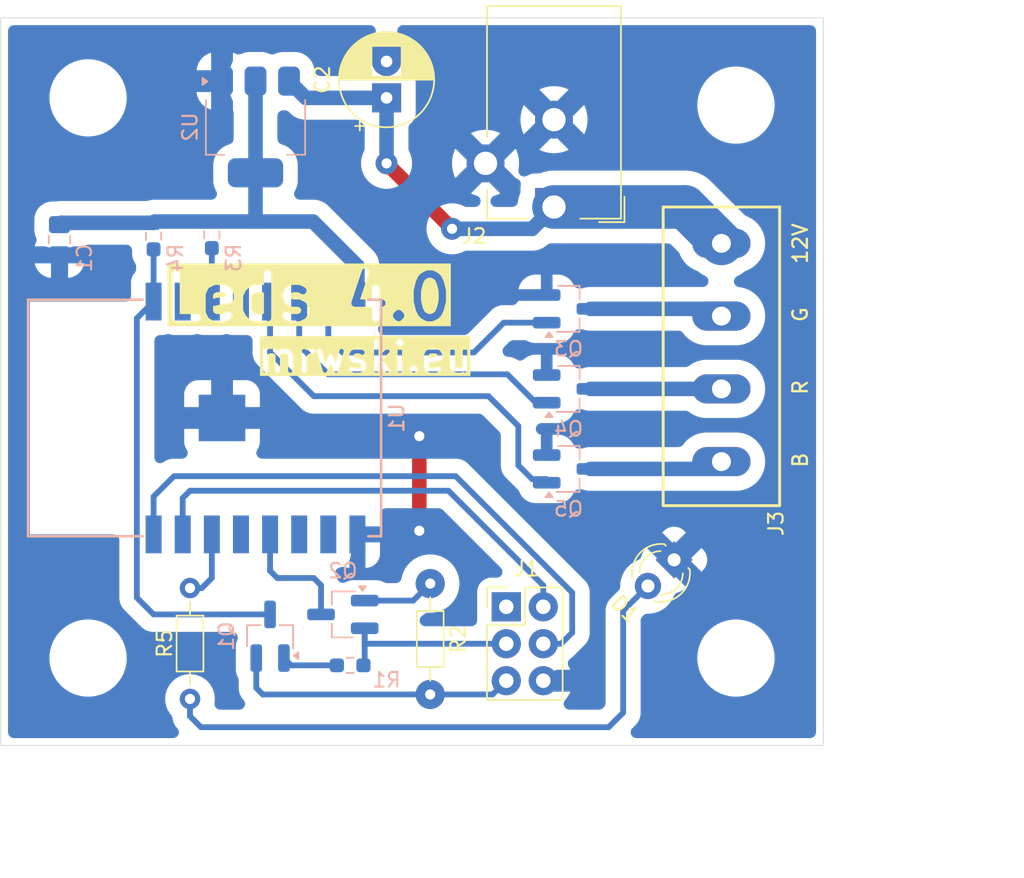
<source format=kicad_pcb>
(kicad_pcb (version 20240108) (generator "pcbnew") (generator_version "8.0")
  (layers (0 "F.Cu" signal) (31 "B.Cu" signal) (34 "B.Paste" user) (35 "F.Paste" user) (36 "B.SilkS" user "B.Silkscreen") (37 "F.SilkS" user "F.Silkscreen") (38 "B.Mask" user) (39 "F.Mask" user) (44 "Edge.Cuts" user))
  (net 0 "")
  (net 1 "+3V3")
  (net 2 "GND")
  (net 3 "+12V")
  (net 4 "/DTR")
  (net 5 "Rx")
  (net 6 "/RTS")
  (net 7 "R")
  (net 8 "B")
  (net 9 "G")
  (net 10 "RST")
  (net 11 "FLASH")
  (net 12 "inR")
  (net 13 "inG")
  (net 14 "inB")
  (net 19 "Tx")
  (net 20 "/DTR2")
  (net 21 "/RTS2")
  (net 22 "/EN")
  (net 23 "/VCC")
  (net 25 "/Dr")
  (net 26 "/Dpin")
  (footprint "Resistor_THT:R_Axial_DIN0204_L3.6mm_D1.6mm_P7.62mm_Horizontal" (layer "F.Cu") (at 59 59.88 -90)
    (property "Reference" "R2" (at 3.81 -1.92 90) (layer "F.SilkS"))
    (property "Value" "10K" (hide yes))
    (fp_line (start 1.89 0.92) (end 5.73 0.92) (stroke (width 0.12)) (layer "F.SilkS"))
    (fp_line (start 5.73 0.92) (end 5.73 -0.92) (stroke (width 0.12)) (layer "F.SilkS"))
    (fp_line (start 0.94 0) (end 1.89 0) (stroke (width 0.12)) (layer "F.SilkS"))
    (fp_line (start 6.68 0) (end 5.73 0) (stroke (width 0.12)) (layer "F.SilkS"))
    (fp_line (start 1.89 -0.92) (end 1.89 0.92) (stroke (width 0.12)) (layer "F.SilkS"))
    (fp_line (start 5.73 -0.92) (end 1.89 -0.92) (stroke (width 0.12)) (layer "F.SilkS"))
    (pad "1" thru_hole circle (at 0 0 270) (size 2 2) (drill 0.7) (layers "*.Cu" "*.Mask") (net 21 "/RTS2"))
    (pad "2" thru_hole circle (at 7.62 0 270) (size 2 2) (drill 0.7) (layers "*.Cu" "*.Mask") (net 6 "/RTS"))
  )
  (footprint "Capacitor_THT:CP_Radial_D6.3mm_P2.50mm" (layer "F.Cu") (at 56 26.5 90)
    (property "Reference" "C2" (at 1.25 -4.4 90) (layer "F.SilkS"))
    (property "Value" "100uF" (hide yes))
    (fp_line (start 1.33 -3.23) (end 1.33 3.23) (stroke (width 0.12)) (layer "F.SilkS"))
    (fp_line (start 1.29 -3.23) (end 1.29 3.23) (stroke (width 0.12)) (layer "F.SilkS"))
    (fp_line (start 1.25 -3.229999) (end 1.25 3.229999) (stroke (width 0.12)) (layer "F.SilkS"))
    (fp_line (start 1.37 -3.228) (end 1.37 3.228) (stroke (width 0.12)) (layer "F.SilkS"))
    (fp_line (start 1.41 -3.227) (end 1.41 3.227) (stroke (width 0.12)) (layer "F.SilkS"))
    (fp_line (start 1.45 -3.224) (end 1.45 3.224) (stroke (width 0.12)) (layer "F.SilkS"))
    (fp_line (start 1.49 -3.222) (end 1.49 -1.04) (stroke (width 0.12)) (layer "F.SilkS"))
    (fp_line (start 1.53 -3.218) (end 1.529999 -1.04) (stroke (width 0.12)) (layer "F.SilkS"))
    (fp_line (start 1.57 -3.215) (end 1.57 -1.04) (stroke (width 0.12)) (layer "F.SilkS"))
    (fp_line (start 1.61 -3.211) (end 1.61 -1.04) (stroke (width 0.12)) (layer "F.SilkS"))
    (fp_line (start 1.65 -3.206) (end 1.65 -1.04) (stroke (width 0.12)) (layer "F.SilkS"))
    (fp_line (start 1.69 -3.201) (end 1.69 -1.040001) (stroke (width 0.12)) (layer "F.SilkS"))
    (fp_line (start 1.73 -3.195) (end 1.73 -1.04) (stroke (width 0.12)) (layer "F.SilkS"))
    (fp_line (start 1.77 -3.189001) (end 1.77 -1.04) (stroke (width 0.12)) (layer "F.SilkS"))
    (fp_line (start 1.81 -3.182) (end 1.81 -1.04) (stroke (width 0.12)) (layer "F.SilkS"))
    (fp_line (start 1.850001 -3.175) (end 1.85 -1.040001) (stroke (width 0.12)) (layer "F.SilkS"))
    (fp_line (start 1.89 -3.167) (end 1.89 -1.04) (stroke (width 0.12)) (layer "F.SilkS"))
    (fp_line (start 1.93 -3.159) (end 1.93 -1.04) (stroke (width 0.12)) (layer "F.SilkS"))
    (fp_line (start 1.971 -3.15) (end 1.971 -1.040001) (stroke (width 0.12)) (layer "F.SilkS"))
    (fp_line (start 2.011 -3.141) (end 2.011 -1.04) (stroke (width 0.12)) (layer "F.SilkS"))
    (fp_line (start 2.051 -3.131) (end 2.051 -1.04) (stroke (width 0.12)) (layer "F.SilkS"))
    (fp_line (start 2.091 -3.121) (end 2.091 -1.04) (stroke (width 0.12)) (layer "F.SilkS"))
    (fp_line (start 2.131 -3.110001) (end 2.131 -1.040001) (stroke (width 0.12)) (layer "F.SilkS"))
    (fp_line (start 2.171 -3.098) (end 2.171 -1.04) (stroke (width 0.12)) (layer "F.SilkS"))
    (fp_line (start 2.211001 -3.086) (end 2.211 -1.04) (stroke (width 0.12)) (layer "F.SilkS"))
    (fp_line (start 2.251 -3.074) (end 2.250999 -1.04) (stroke (width 0.12)) (layer "F.SilkS"))
    (fp_line (start 2.291 -3.060999) (end 2.291001 -1.04) (stroke (width 0.12)) (layer "F.SilkS"))
    (fp_line (start 2.331 -3.046999) (end 2.331 -1.04) (stroke (width 0.12)) (layer "F.SilkS"))
    (fp_line (start 2.371 -3.033) (end 2.371 -1.04) (stroke (width 0.12)) (layer "F.SilkS"))
    (fp_line (start 2.411 -3.018) (end 2.411 -1.040001) (stroke (width 0.12)) (layer "F.SilkS"))
    (fp_line (start 2.451 -3.002) (end 2.451 -1.04) (stroke (width 0.12)) (layer "F.SilkS"))
    (fp_line (start 2.491 -2.986) (end 2.491 -1.04) (stroke (width 0.12)) (layer "F.SilkS"))
    (fp_line (start 2.531 -2.97) (end 2.531 -1.04) (stroke (width 0.12)) (layer "F.SilkS"))
    (fp_line (start 2.571 -2.952) (end 2.571 -1.040001) (stroke (width 0.12)) (layer "F.SilkS"))
    (fp_line (start 2.611 -2.934) (end 2.611 -1.04) (stroke (width 0.12)) (layer "F.SilkS"))
    (fp_line (start 2.651 -2.915999) (end 2.651 -1.04) (stroke (width 0.12)) (layer "F.SilkS"))
    (fp_line (start 2.691 -2.896) (end 2.691 -1.04) (stroke (width 0.12)) (layer "F.SilkS"))
    (fp_line (start 2.731001 -2.876) (end 2.731001 -1.04) (stroke (width 0.12)) (layer "F.SilkS"))
    (fp_line (start 2.771 -2.856) (end 2.771 -1.04) (stroke (width 0.12)) (layer "F.SilkS"))
    (fp_line (start 2.811 -2.834) (end 2.811 -1.04) (stroke (width 0.12)) (layer "F.SilkS"))
    (fp_line (start 2.851 -2.812) (end 2.850999 -1.04) (stroke (width 0.12)) (layer "F.SilkS"))
    (fp_line (start 2.891 -2.79) (end 2.891 -1.04) (stroke (width 0.12)) (layer "F.SilkS"))
    (fp_line (start 2.931 -2.765999) (end 2.931 -1.04) (stroke (width 0.12)) (layer "F.SilkS"))
    (fp_line (start 2.971 -2.742) (end 2.971 -1.04) (stroke (width 0.12)) (layer "F.SilkS"))
    (fp_line (start 3.011001 -2.716) (end 3.011 -1.040001) (stroke (width 0.12)) (layer "F.SilkS"))
    (fp_line (start 3.051 -2.69) (end 3.051 -1.04) (stroke (width 0.12)) (layer "F.SilkS"))
    (fp_line (start 3.091001 -2.664) (end 3.091 -1.04) (stroke (width 0.12)) (layer "F.SilkS"))
    (fp_line (start 3.131 -2.636) (end 3.131 -1.04) (stroke (width 0.12)) (layer "F.SilkS"))
    (fp_line (start 3.171 -2.607) (end 3.171001 -1.04) (stroke (width 0.12)) (layer "F.SilkS"))
    (fp_line (start 3.211 -2.578) (end 3.211 -1.04) (stroke (width 0.12)) (layer "F.SilkS"))
    (fp_line (start 3.251 -2.548) (end 3.251 -1.04) (stroke (width 0.12)) (layer "F.SilkS"))
    (fp_line (start 3.291 -2.516) (end 3.290999 -1.04) (stroke (width 0.12)) (layer "F.SilkS"))
    (fp_line (start 3.331 -2.484) (end 3.331 -1.04) (stroke (width 0.12)) (layer "F.SilkS"))
    (fp_line (start 3.371 -2.450001) (end 3.371 -1.04) (stroke (width 0.12)) (layer "F.SilkS"))
    (fp_line (start 3.411 -2.416) (end 3.411 -1.04) (stroke (width 0.12)) (layer "F.SilkS"))
    (fp_line (start 3.451 -2.380001) (end 3.451 -1.040001) (stroke (width 0.12)) (layer "F.SilkS"))
    (fp_line (start 3.491 -2.343) (end 3.491 -1.04) (stroke (width 0.12)) (layer "F.SilkS"))
    (fp_line (start 3.531 -2.305) (end 3.531 -1.04) (stroke (width 0.12)) (layer "F.SilkS"))
    (fp_line (start 3.571 -2.265) (end 3.571 2.265) (stroke (width 0.12)) (layer "F.SilkS"))
    (fp_line (start 3.611 -2.224) (end 3.611 2.224) (stroke (width 0.12)) (layer "F.SilkS"))
    (fp_line (start 3.651 -2.182) (end 3.651 2.182) (stroke (width 0.12)) (layer "F.SilkS"))
    (fp_line (start -1.935241 -2.154) (end -1.935241 -1.524) (stroke (width 0.12)) (layer "F.SilkS"))
    (fp_line (start 3.691 -2.137) (end 3.691 2.137) (stroke (width 0.12)) (layer "F.SilkS"))
    (fp_line (start 3.731 -2.092) (end 3.731 2.092) (stroke (width 0.12)) (layer "F.SilkS"))
    (fp_line (start 3.771 -2.044) (end 3.771 2.044) (stroke (width 0.12)) (layer "F.SilkS"))
    (fp_line (start 3.811 -1.995) (end 3.811 1.995) (stroke (width 0.12)) (layer "F.SilkS"))
    (fp_line (start 3.851 -1.944) (end 3.851 1.944) (stroke (width 0.12)) (layer "F.SilkS"))
    (fp_line (start 3.891 -1.89) (end 3.891 1.89) (stroke (width 0.12)) (layer "F.SilkS"))
    (fp_line (start -2.250241 -1.839) (end -1.620241 -1.839) (stroke (width 0.12)) (layer "F.SilkS"))
    (fp_line (start 3.931 -1.834) (end 3.931 1.834) (stroke (width 0.12)) (layer "F.SilkS"))
    (fp_line (start 3.971 -1.776001) (end 3.971 1.776001) (stroke (width 0.12)) (layer "F.SilkS"))
    (fp_line (start 4.011 -1.714) (end 4.011 1.714) (stroke (width 0.12)) (layer "F.SilkS"))
    (fp_line (start 4.051 -1.65) (end 4.051 1.65) (stroke (width 0.12)) (layer "F.SilkS"))
    (fp_line (start 4.091 -1.581) (end 4.091 1.581) (stroke (width 0.12)) (layer "F.SilkS"))
    (fp_line (start 4.131 -1.509) (end 4.131 1.509) (stroke (width 0.12)) (layer "F.SilkS"))
    (fp_line (start 4.170999 -1.432) (end 4.170999 1.432) (stroke (width 0.12)) (layer "F.SilkS"))
    (fp_line (start 4.211 -1.35) (end 4.211 1.35) (stroke (width 0.12)) (layer "F.SilkS"))
    (fp_line (start 4.251 -1.262) (end 4.251 1.262) (stroke (width 0.12)) (layer "F.SilkS"))
    (fp_line (start 4.291 -1.165) (end 4.291 1.165) (stroke (width 0.12)) (layer "F.SilkS"))
    (fp_line (start 4.331 -1.059001) (end 4.331 1.059001) (stroke (width 0.12)) (layer "F.SilkS"))
    (fp_line (start 4.371 -0.94) (end 4.371 0.94) (stroke (width 0.12)) (layer "F.SilkS"))
    (fp_line (start 4.411 -0.802001) (end 4.411 0.802001) (stroke (width 0.12)) (layer "F.SilkS"))
    (fp_line (start 4.451 -0.633) (end 4.451 0.633) (stroke (width 0.12)) (layer "F.SilkS"))
    (fp_line (start 4.491 -0.401999) (end 4.491 0.401999) (stroke (width 0.12)) (layer "F.SilkS"))
    (fp_line (start 3.531 1.04) (end 3.531 2.305) (stroke (width 0.12)) (layer "F.SilkS"))
    (fp_line (start 3.491 1.04) (end 3.491 2.343) (stroke (width 0.12)) (layer "F.SilkS"))
    (fp_line (start 3.411 1.04) (end 3.411 2.416) (stroke (width 0.12)) (layer "F.SilkS"))
    (fp_line (start 3.371 1.04) (end 3.371 2.450001) (stroke (width 0.12)) (layer "F.SilkS"))
    (fp_line (start 3.331 1.04) (end 3.331 2.484) (stroke (width 0.12)) (layer "F.SilkS"))
    (fp_line (start 3.290999 1.04) (end 3.291 2.516) (stroke (width 0.12)) (layer "F.SilkS"))
    (fp_line (start 3.251 1.04) (end 3.251 2.548) (stroke (width 0.12)) (layer "F.SilkS"))
    (fp_line (start 3.211 1.04) (end 3.211 2.578) (stroke (width 0.12)) (layer "F.SilkS"))
    (fp_line (start 3.171001 1.04) (end 3.171 2.607) (stroke (width 0.12)) (layer "F.SilkS"))
    (fp_line (start 3.131 1.04) (end 3.131 2.636) (stroke (width 0.12)) (layer "F.SilkS"))
    (fp_line (start 3.091 1.04) (end 3.091001 2.664) (stroke (width 0.12)) (layer "F.SilkS"))
    (fp_line (start 3.051 1.04) (end 3.051 2.69) (stroke (width 0.12)) (layer "F.SilkS"))
    (fp_line (start 2.971 1.04) (end 2.971 2.742) (stroke (width 0.12)) (layer "F.SilkS"))
    (fp_line (start 2.931 1.04) (end 2.931 2.765999) (stroke (width 0.12)) (layer "F.SilkS"))
    (fp_line (start 2.891 1.04) (end 2.891 2.79) (stroke (width 0.12)) (layer "F.SilkS"))
    (fp_line (start 2.850999 1.04) (end 2.851 2.812) (stroke (width 0.12)) (layer "F.SilkS"))
    (fp_line (start 2.811 1.04) (end 2.811 2.834) (stroke (width 0.12)) (layer "F.SilkS"))
    (fp_line (start 2.771 1.04) (end 2.771 2.856) (stroke (width 0.12)) (layer "F.SilkS"))
    (fp_line (start 2.731001 1.04) (end 2.731001 2.876) (stroke (width 0.12)) (layer "F.SilkS"))
    (fp_line (start 2.691 1.04) (end 2.691 2.896) (stroke (width 0.12)) (layer "F.SilkS"))
    (fp_line (start 2.651 1.04) (end 2.651 2.915999) (stroke (width 0.12)) (layer "F.SilkS"))
    (fp_line (start 2.611 1.04) (end 2.611 2.934) (stroke (width 0.12)) (layer "F.SilkS"))
    (fp_line (start 2.531 1.04) (end 2.531 2.97) (stroke (width 0.12)) (layer "F.SilkS"))
    (fp_line (start 2.491 1.04) (end 2.491 2.986) (stroke (width 0.12)) (layer "F.SilkS"))
    (fp_line (start 2.451 1.04) (end 2.451 3.002) (stroke (width 0.12)) (layer "F.SilkS"))
    (fp_line (start 2.371 1.04) (end 2.371 3.033) (stroke (width 0.12)) (layer "F.SilkS"))
    (fp_line (start 2.331 1.04) (end 2.331 3.046999) (stroke (width 0.12)) (layer "F.SilkS"))
    (fp_line (start 2.291001 1.04) (end 2.291 3.060999) (stroke (width 0.12)) (layer "F.SilkS"))
    (fp_line (start 2.250999 1.04) (end 2.251 3.074) (stroke (width 0.12)) (layer "F.SilkS"))
    (fp_line (start 2.211 1.04) (end 2.211001 3.086) (stroke (width 0.12)) (layer "F.SilkS"))
    (fp_line (start 2.171 1.04) (end 2.171 3.098) (stroke (width 0.12)) (layer "F.SilkS"))
    (fp_line (start 2.091 1.04) (end 2.091 3.121) (stroke (width 0.12)) (layer "F.SilkS"))
    (fp_line (start 2.051 1.04) (end 2.051 3.131) (stroke (width 0.12)) (layer "F.SilkS"))
    (fp_line (start 2.011 1.04) (end 2.011 3.141) (stroke (width 0.12)) (layer "F.SilkS"))
    (fp_line (start 1.93 1.04) (end 1.93 3.159) (stroke (width 0.12)) (layer "F.SilkS"))
    (fp_line (start 1.89 1.04) (end 1.89 3.167) (stroke (width 0.12)) (layer "F.SilkS"))
    (fp_line (start 1.81 1.04) (end 1.81 3.182) (stroke (width 0.12)) (layer "F.SilkS"))
    (fp_line (start 1.77 1.04) (end 1.77 3.189001) (stroke (width 0.12)) (layer "F.SilkS"))
    (fp_line (start 1.73 1.04) (end 1.73 3.195) (stroke (width 0.12)) (layer "F.SilkS"))
    (fp_line (start 1.65 1.04) (end 1.65 3.206) (stroke (width 0.12)) (layer "F.SilkS"))
    (fp_line (start 1.61 1.04) (end 1.61 3.211) (stroke (width 0.12)) (layer "F.SilkS"))
    (fp_line (start 1.57 1.04) (end 1.57 3.215) (stroke (width 0.12)) (layer "F.SilkS"))
    (fp_line (start 1.529999 1.04) (end 1.53 3.218) (stroke (width 0.12)) (layer "F.SilkS"))
    (fp_line (start 1.49 1.04) (end 1.49 3.222) (stroke (width 0.12)) (layer "F.SilkS"))
    (fp_line (start 3.451 1.040001) (end 3.451 2.380001) (stroke (width 0.12)) (layer "F.SilkS"))
    (fp_line (start 3.011 1.040001) (end 3.011001 2.716) (stroke (width 0.12)) (layer "F.SilkS"))
    (fp_line (start 2.571 1.040001) (end 2.571 2.952) (stroke (width 0.12)) (layer "F.SilkS"))
    (fp_line (start 2.411 1.040001) (end 2.411 3.018) (stroke (width 0.12)) (layer "F.SilkS"))
    (fp_line (start 2.131 1.040001) (end 2.131 3.110001) (stroke (width 0.12)) (layer "F.SilkS"))
    (fp_line (start 1.971 1.040001) (end 1.971 3.15) (stroke (width 0.12)) (layer "F.SilkS"))
    (fp_line (start 1.85 1.040001) (end 1.850001 3.175) (stroke (width 0.12)) (layer "F.SilkS"))
    (fp_line (start 1.69 1.040001) (end 1.69 3.201) (stroke (width 0.12)) (layer "F.SilkS"))
    (fp_circle (center 1.249999 0) (end 4.52 0) (stroke (width 0.12)) (fill none) (layer "F.SilkS"))
    (pad "1" thru_hole rect (at 0 0 90) (size 2 2) (drill 0.8) (layers "*.Cu" "*.Mask") (net 3 "+12V"))
    (pad "2" thru_hole circle (at 2.5 0 90) (size 2 2) (drill 0.8) (layers "*.Cu" "*.Mask") (net 2 "GND"))
  )
  (footprint "MountingHole:MountingHole_4.3mm_M4" (layer "F.Cu") (at 35.5 26.5)
    (property "Reference" "MNT" (hide yes))
    (property "Value" "4.3mm" (hide yes))
    (pad "" np_thru_hole circle (at 0 0) (size 4.3 4.3) (drill 4.3) (layers "F&B.Cu" "*.Mask"))
  )
  (footprint "LED_THT:LED_D3.0mm" (layer "F.Cu") (at 75.75 58.25 -135)
    (property "Reference" "D1" (at 4.775 0 135) (layer "F.SilkS"))
    (property "Value" "LED" (hide yes))
    (fp_line (start -0.29 1.08) (end -0.29 1.236) (stroke (width 0.12)) (layer "F.SilkS"))
    (fp_line (start -0.29 -1.236) (end -0.29 -1.08) (stroke (width 0.12)) (layer "F.SilkS"))
    (fp_arc (start 2.942335 1.078608) (mid 1.366488 1.987659) (end -0.29 1.235516) (stroke (width 0.12)) (layer "F.SilkS"))
    (fp_arc (start 2.31113 1.079837) (mid 1.270118 1.5) (end 0.229039 1.08) (stroke (width 0.12)) (layer "F.SilkS"))
    (fp_arc (start 0.229039 -1.08) (mid 1.270118 -1.5) (end 2.31113 -1.079837) (stroke (width 0.12)) (layer "F.SilkS"))
    (fp_arc (start -0.29 -1.235516) (mid 1.366488 -1.98766) (end 2.942335 -1.078608) (stroke (width 0.12)) (layer "F.SilkS"))
    (pad "1" thru_hole rect (at 0 0 225) (size 1.8 1.8) (drill 0.9) (layers "*.Cu" "*.Mask") (net 2 "GND"))
    (pad "2" thru_hole circle (at 2.54 0 225) (size 1.8 1.8) (drill 0.9) (layers "*.Cu" "*.Mask") (net 25 "/Dr"))
  )
  (footprint "MountingHole:MountingHole_4.3mm_M4" (layer "F.Cu") (at 80 27)
    (property "Reference" "MNT" (hide yes))
    (property "Value" "4.3mm" (hide yes))
    (pad "" np_thru_hole circle (at 0 0) (size 4.3 4.3) (drill 4.3) (layers "F&B.Cu" "*.Mask"))
  )
  (footprint "Connector_BarrelJack:BarrelJack_CUI_PJ-102AH_Horizontal" (layer "F.Cu") (at 67.5 34 180)
    (property "Reference" "J2" (at 5.5 -2 180) (layer "F.SilkS"))
    (property "Value" "6mm" (hide yes))
    (fp_line (start 4.6 13.8) (end -4.6 13.8) (stroke (width 0.12)) (layer "F.SilkS"))
    (fp_line (start 4.6 4.8) (end 4.6 13.8) (stroke (width 0.12)) (layer "F.SilkS"))
    (fp_line (start 4.6 -0.8) (end 4.6 1.2) (stroke (width 0.12)) (layer "F.SilkS"))
    (fp_line (start 1.8 -0.8) (end 4.6 -0.8) (stroke (width 0.12)) (layer "F.SilkS"))
    (fp_line (start -4.6 13.8) (end -4.6 -0.8) (stroke (width 0.12)) (layer "F.SilkS"))
    (fp_line (start -4.6 -0.8) (end -1.8 -0.8) (stroke (width 0.12)) (layer "F.SilkS"))
    (fp_line (start -4.84 0.7) (end -4.84 -1.04) (stroke (width 0.12)) (layer "F.SilkS"))
    (fp_line (start -4.84 -1.04) (end -3.1 -1.04) (stroke (width 0.12)) (layer "F.SilkS"))
    (pad "1" thru_hole rect (at 0 0 180) (size 2.6 2.6) (drill 1.6) (layers "*.Cu" "*.Mask") (net 3 "+12V"))
    (pad "2" thru_hole circle (at 0 6 180) (size 2.6 2.6) (drill 1.6) (layers "*.Cu" "*.Mask") (net 2 "GND"))
    (pad "3" thru_hole circle (at 4.7 3 180) (size 2.6 2.6) (drill 1.6) (layers "*.Cu" "*.Mask") (net 2 "GND"))
  )
  (footprint "Connector_PinHeader_2.54mm:PinHeader_2x03_P2.54mm_Vertical" (layer "F.Cu") (at 64.225 61.475)
    (property "Reference" "J1" (at 1.39 -2.605 0) (layer "F.SilkS"))
    (property "Value" "PROG")
    (fp_line (start -1.33 -1.33) (end 0 -1.33) (stroke (width 0.12)) (layer "F.SilkS"))
    (fp_line (start -1.33 0) (end -1.33 -1.33) (stroke (width 0.12)) (layer "F.SilkS"))
    (fp_line (start -1.33 1.27) (end -1.33 6.41) (stroke (width 0.12)) (layer "F.SilkS"))
    (fp_line (start -1.33 1.27) (end 1.27 1.27) (stroke (width 0.12)) (layer "F.SilkS"))
    (fp_line (start -1.33 6.41) (end 3.87 6.41) (stroke (width 0.12)) (layer "F.SilkS"))
    (fp_line (start 1.27 -1.33) (end 3.87 -1.33) (stroke (width 0.12)) (layer "F.SilkS"))
    (fp_line (start 1.27 1.27) (end 1.27 -1.33) (stroke (width 0.12)) (layer "F.SilkS"))
    (fp_line (start 3.87 -1.33) (end 3.87 6.41) (stroke (width 0.12)) (layer "F.SilkS"))
    (pad "1" thru_hole rect (at 0 0) (size 2 2) (drill 1) (layers "*.Cu" "*.Mask") (net 23 "/VCC"))
    (pad "2" thru_hole oval (at 2.54 0) (size 2 2) (drill 1) (layers "*.Cu" "*.Mask") (net 19 "Tx"))
    (pad "3" thru_hole oval (at 0 2.54) (size 2 2) (drill 1) (layers "*.Cu" "*.Mask") (net 4 "/DTR"))
    (pad "4" thru_hole circle (at 2.54 2.54) (size 2 2) (drill 1) (layers "*.Cu" "*.Mask") (net 5 "Rx"))
    (pad "5" thru_hole oval (at 0 5.08) (size 2 2) (drill 1) (layers "*.Cu" "*.Mask") (net 6 "/RTS"))
    (pad "6" thru_hole oval (at 2.54 5.08) (size 2 2) (drill 1) (layers "*.Cu" "*.Mask") (net 2 "GND"))
  )
  (footprint "MountingHole:MountingHole_4.3mm_M4" (layer "F.Cu") (at 35.5 65)
    (property "Reference" "MNT" (hide yes))
    (property "Value" "4.3mm" (hide yes))
    (pad "" np_thru_hole circle (at 0 0) (size 4.3 4.3) (drill 4.3) (layers "F&B.Cu" "*.Mask"))
  )
  (footprint "MountingHole:MountingHole_4.3mm_M4" (layer "F.Cu") (at 80 65)
    (property "Reference" "MNT" (hide yes))
    (property "Value" "4.3mm" (hide yes))
    (pad "" np_thru_hole circle (at 0 0) (size 4.3 4.3) (drill 4.3) (layers "*.Cu" "*.Mask"))
  )
  (footprint "Resistor_THT:R_Axial_DIN0204_L3.6mm_D1.6mm_P7.62mm_Horizontal" (layer "F.Cu") (at 42.5 60.19 -90)
    (property "Reference" "R5" (at 3.81 1.75 90) (layer "F.SilkS"))
    (property "Value" "120" (hide yes))
    (fp_line (start 1.89 0.92) (end 5.73 0.92) (stroke (width 0.12)) (layer "F.SilkS"))
    (fp_line (start 5.73 0.92) (end 5.73 -0.92) (stroke (width 0.12)) (layer "F.SilkS"))
    (fp_line (start 0.94 0) (end 1.89 0) (stroke (width 0.12)) (layer "F.SilkS"))
    (fp_line (start 6.68 0) (end 5.73 0) (stroke (width 0.12)) (layer "F.SilkS"))
    (fp_line (start 1.89 -0.92) (end 1.89 0.92) (stroke (width 0.12)) (layer "F.SilkS"))
    (fp_line (start 5.73 -0.92) (end 1.89 -0.92) (stroke (width 0.12)) (layer "F.SilkS"))
    (pad "1" thru_hole circle (at 0 0 270) (size 1.4 1.4) (drill 0.7) (layers "*.Cu" "*.Mask") (net 26 "/Dpin"))
    (pad "2" thru_hole oval (at 7.62 0 270) (size 1.4 1.4) (drill 0.7) (layers "*.Cu" "*.Mask") (net 25 "/Dr"))
  )
  (footprint "lib_MyARK:ARK_ScrewTerminal_5.00mm_4" (layer "F.Cu") (at 79 36.5 -90)
    (property "Reference" "J3" (hide yes))
    (property "Value" "RGB" (hide yes))
    (fp_rect (start -2.5 -4) (end 18.0254 4) (stroke (width 0.2)) (fill none) (layer "F.SilkS"))
    (fp_text user "${REFERENCE}" (at 19.25 -3.75 90) (layer "F.SilkS"))
    (pad "1" thru_hole oval (at 0 0 270) (size 2 4) (drill 1.3) (layers "*.Cu" "*.Mask") (net 3 "+12V"))
    (pad "2" thru_hole oval (at 5 0 270) (size 2 4) (drill 1.3) (layers "*.Cu" "*.Mask") (net 9 "G"))
    (pad "3" thru_hole oval (at 10 0 270) (size 2 4) (drill 1.3) (layers "*.Cu" "*.Mask") (net 7 "R"))
    (pad "4" thru_hole oval (at 15 0 270) (size 2 4) (drill 1.3) (layers "*.Cu" "*.Mask") (net 8 "B"))
  )
  (footprint "Package_TO_SOT_SMD:SOT-23_Handsoldering" (layer "B.Cu") (at 68.5 41)
    (property "Reference" "Q3" (at 0 2.75 0) (layer "B.SilkS") (effects (justify mirror)))
    (property "Value" "IRLML2502" (hide yes))
    (fp_line (start -0.84 1.58) (end -0.04 1.58) (stroke (width 0.12)) (layer "B.SilkS"))
    (fp_line (start -0.7 -1.58) (end 0.76 -1.58) (stroke (width 0.12)) (layer "B.SilkS"))
    (fp_line (start 0.76 -0.65) (end 0.76 -1.58) (stroke (width 0.12)) (layer "B.SilkS"))
    (fp_line (start 0.76 0.65) (end 0.76 1.58) (stroke (width 0.12)) (layer "B.SilkS"))
    (fp_line (start 0.76 1.58) (end -0.04 1.58) (stroke (width 0.12)) (layer "B.SilkS"))
    (fp_poly (pts (xy -1.34 1.61) (xy -1.58 1.94) (xy -1.1 1.94) (xy -1.34 1.61)) (stroke (width 0.12)) (fill solid) (layer "B.SilkS"))
    (pad "1" smd roundrect (at -1.5 0.95) (size 1.9 0.8) (layers "B.Cu" "B.Paste" "B.Mask") (net 13 "inG"))
    (pad "2" smd roundrect (at -1.5 -0.95) (size 1.9 0.8) (layers "B.Cu" "B.Paste" "B.Mask") (net 2 "GND"))
    (pad "3" smd roundrect (at 1.5 0) (size 1.9 0.8) (layers "B.Cu" "B.Paste" "B.Mask") (net 9 "G"))
  )
  (footprint "Resistor_SMD:R_0603_1608Metric_Pad0.98x0.95mm_HandSolder" (layer "B.Cu") (at 53.5 65.5)
    (property "Reference" "R1" (at 2.5 1 0) (layer "B.SilkS") (effects (justify mirror)))
    (property "Value" "10K" (hide yes))
    (fp_line (start 0.254724 -0.5225) (end -0.254724 -0.5225) (stroke (width 0.12)) (layer "B.SilkS"))
    (fp_line (start 0.254724 0.5225) (end -0.254724 0.5225) (stroke (width 0.12)) (layer "B.SilkS"))
    (pad "1" smd roundrect (at -0.9125 0) (size 0.975 0.95) (layers "B.Cu" "B.Paste" "B.Mask") (net 20 "/DTR2"))
    (pad "2" smd roundrect (at 0.9125 0) (size 0.975 0.95) (layers "B.Cu" "B.Paste" "B.Mask") (net 4 "/DTR"))
  )
  (footprint "Resistor_SMD:R_0603_1608Metric_Pad0.98x0.95mm_HandSolder" (layer "B.Cu") (at 44 35.9125 90)
    (property "Reference" "R3" (at -1.5875 1.5 90) (layer "B.SilkS") (effects (justify mirror)))
    (property "Value" "10K" (hide yes))
    (fp_line (start 0.254724 -0.5225) (end -0.254724 -0.5225) (stroke (width 0.12)) (layer "B.SilkS"))
    (fp_line (start 0.254724 0.5225) (end -0.254724 0.5225) (stroke (width 0.12)) (layer "B.SilkS"))
    (pad "1" smd roundrect (at -0.9125 0 90) (size 0.975 0.95) (layers "B.Cu" "B.Paste" "B.Mask") (net 22 "/EN"))
    (pad "2" smd roundrect (at 0.9125 0 90) (size 0.975 0.95) (layers "B.Cu" "B.Paste" "B.Mask") (net 1 "+3V3"))
  )
  (footprint "Package_TO_SOT_SMD:SOT-23_Handsoldering" (layer "B.Cu") (at 48 63.5 90)
    (property "Reference" "Q1" (at 0 -3 90) (layer "B.SilkS") (effects (justify mirror)))
    (property "Value" "BC847c" (hide yes))
    (fp_line (start -0.7 -1.58) (end 0.76 -1.58) (stroke (width 0.12)) (layer "B.SilkS"))
    (fp_line (start 0.76 -0.65) (end 0.76 -1.58) (stroke (width 0.12)) (layer "B.SilkS"))
    (fp_line (start 0.76 0.65) (end 0.76 1.58) (stroke (width 0.12)) (layer "B.SilkS"))
    (fp_line (start 0.76 1.58) (end -0.04 1.58) (stroke (width 0.12)) (layer "B.SilkS"))
    (fp_line (start -0.84 1.58) (end -0.04 1.58) (stroke (width 0.12)) (layer "B.SilkS"))
    (fp_poly (pts (xy -1.34 1.61) (xy -1.58 1.94) (xy -1.1 1.94) (xy -1.34 1.61)) (stroke (width 0.12)) (fill solid) (layer "B.SilkS"))
    (pad "1" smd roundrect (at -1.5 0.95 90) (size 1.9 0.8) (layers "B.Cu" "B.Paste" "B.Mask") (net 20 "/DTR2"))
    (pad "2" smd roundrect (at -1.5 -0.95 90) (size 1.9 0.8) (layers "B.Cu" "B.Paste" "B.Mask") (net 6 "/RTS"))
    (pad "3" smd roundrect (at 1.5 0 90) (size 1.9 0.8) (layers "B.Cu" "B.Paste" "B.Mask") (net 10 "RST"))
  )
  (footprint "Package_TO_SOT_SMD:SOT-223-3_TabPin2" (layer "B.Cu") (at 47 28.5 -90)
    (property "Reference" "U2" (at 0 4.5 90) (layer "B.SilkS") (effects (justify mirror)))
    (property "Value" "AMS1117-3.3" (hide yes))
    (fp_line (start 1.91 3.41) (end -1.85 3.41) (stroke (width 0.12)) (layer "B.SilkS"))
    (fp_line (start 1.91 2.15) (end 1.91 3.41) (stroke (width 0.12)) (layer "B.SilkS"))
    (fp_line (start 1.91 -2.15) (end 1.91 -3.41) (stroke (width 0.12)) (layer "B.SilkS"))
    (fp_line (start 1.91 -3.41) (end -1.85 -3.41) (stroke (width 0.12)) (layer "B.SilkS"))
    (fp_poly (pts (xy -3.13 3.31) (xy -3.37 3.64) (xy -2.89 3.64) (xy -3.13 3.31)) (stroke (width 0.12)) (fill solid) (layer "B.SilkS"))
    (pad "1" smd roundrect (at -3.15 2.3 270) (size 2 1.5) (layers "B.Cu" "B.Paste" "B.Mask") (net 2 "GND"))
    (pad "2" smd roundrect (at -3.15 0 270) (size 2 1.5) (layers "B.Cu" "B.Paste" "B.Mask") (net 1 "+3V3"))
    (pad "2" smd roundrect (at 3.15 0 270) (size 2 3.8) (layers "B.Cu" "B.Paste" "B.Mask") (net 1 "+3V3"))
    (pad "3" smd roundrect (at -3.15 -2.3 270) (size 2 1.5) (layers "B.Cu" "B.Paste" "B.Mask") (net 3 "+12V"))
  )
  (footprint "Resistor_SMD:R_0603_1608Metric_Pad0.98x0.95mm_HandSolder" (layer "B.Cu") (at 40 36 90)
    (property "Reference" "R4" (at -1.5 1.5 90) (layer "B.SilkS") (effects (justify mirror)))
    (property "Value" "10K" (hide yes))
    (fp_line (start 0.254724 -0.5225) (end -0.254724 -0.5225) (stroke (width 0.12)) (layer "B.SilkS"))
    (fp_line (start 0.254724 0.5225) (end -0.254724 0.5225) (stroke (width 0.12)) (layer "B.SilkS"))
    (pad "1" smd roundrect (at -0.9125 0 90) (size 0.975 0.95) (layers "B.Cu" "B.Paste" "B.Mask") (net 10 "RST"))
    (pad "2" smd roundrect (at 0.9125 0 90) (size 0.975 0.95) (layers "B.Cu" "B.Paste" "B.Mask") (net 1 "+3V3"))
  )
  (footprint "Package_TO_SOT_SMD:SOT-23_Handsoldering" (layer "B.Cu") (at 68.5 52)
    (property "Reference" "Q5" (at 0 2.75 0) (layer "B.SilkS") (effects (justify mirror)))
    (property "Value" "IRLML2502" (hide yes))
    (fp_line (start -0.84 1.58) (end -0.04 1.58) (stroke (width 0.12)) (layer "B.SilkS"))
    (fp_line (start -0.7 -1.58) (end 0.76 -1.58) (stroke (width 0.12)) (layer "B.SilkS"))
    (fp_line (start 0.76 -0.65) (end 0.76 -1.58) (stroke (width 0.12)) (layer "B.SilkS"))
    (fp_line (start 0.76 0.65) (end 0.76 1.58) (stroke (width 0.12)) (layer "B.SilkS"))
    (fp_line (start 0.76 1.58) (end -0.04 1.58) (stroke (width 0.12)) (layer "B.SilkS"))
    (fp_poly (pts (xy -1.34 1.61) (xy -1.58 1.94) (xy -1.1 1.94) (xy -1.34 1.61)) (stroke (width 0.12)) (fill solid) (layer "B.SilkS"))
    (pad "1" smd roundrect (at -1.5 0.95) (size 1.9 0.8) (layers "B.Cu" "B.Paste" "B.Mask") (net 14 "inB"))
    (pad "2" smd roundrect (at -1.5 -0.95) (size 1.9 0.8) (layers "B.Cu" "B.Paste" "B.Mask") (net 2 "GND"))
    (pad "3" smd roundrect (at 1.5 0) (size 1.9 0.8) (layers "B.Cu" "B.Paste" "B.Mask") (net 8 "B"))
  )
  (footprint "lib_ESP-12S:esp" (layer "B.Cu") (at 43.5 48.5 -90)
    (property "Reference" "U1" (at 0 -13.2 90) (layer "B.SilkS") (effects (font (thickness 0.16)) (justify mirror)))
    (property "Value" "ESP-12S" (hide yes))
    (fp_line (start -8.127 12.127) (end -8.127 4.256) (stroke (width 0.1778)) (layer "B.SilkS"))
    (fp_line (start 8.127 12.127) (end -8.127 12.127) (stroke (width 0.1778)) (layer "B.SilkS"))
    (fp_line (start 8.127 4.256) (end 8.127 12.127) (stroke (width 0.1778)) (layer "B.SilkS"))
    (fp_line (start -8.127 -11.241) (end -8.127 -12.127) (stroke (width 0.1778)) (layer "B.SilkS"))
    (fp_line (start -8.127 -12.127) (end 8.127 -12.127) (stroke (width 0.1778)) (layer "B.SilkS"))
    (fp_line (start 8.127 -12.127) (end 8.127 -11.241) (stroke (width 0.1778)) (layer "B.SilkS"))
    (pad "0" smd rect (at 0 -1.2 270) (size 3.2 3.2) (layers "B.Cu" "B.Mask") (net 2 "GND"))
    (pad "1" smd rect (at -8 3.5 270) (size 2.6 1.1) (layers "B.Cu" "B.Paste" "B.Mask") (net 10 "RST"))
    (pad "2" smd rect (at -8 1.5 270) (size 2.6 1.1) (layers "B.Cu" "B.Paste" "B.Mask"))
    (pad "3" smd rect (at -8 -0.5 270) (size 2.6 1.1) (layers "B.Cu" "B.Paste" "B.Mask") (net 22 "/EN"))
    (pad "4" smd rect (at -8 -2.5 270) (size 2.6 1.1) (layers "B.Cu" "B.Paste" "B.Mask"))
    (pad "5" smd rect (at -8 -4.5 270) (size 2.6 1.1) (layers "B.Cu" "B.Paste" "B.Mask") (net 14 "inB"))
    (pad "6" smd rect (at -8 -6.5 270) (size 2.6 1.1) (layers "B.Cu" "B.Paste" "B.Mask") (net 12 "inR"))
    (pad "7" smd rect (at -8 -8.5 270) (size 2.6 1.1) (layers "B.Cu" "B.Paste" "B.Mask") (net 13 "inG"))
    (pad "8" smd rect (at -8 -10.5 270) (size 2.6 1.1) (layers "B.Cu" "B.Paste" "B.Mask") (net 1 "+3V3"))
    (pad "9" smd rect (at 8 -10.5 90) (size 2.6 1.1) (layers "B.Cu" "B.Paste" "B.Mask") (net 2 "GND"))
    (pad "10" smd rect (at 8 -8.5 90) (size 2.6 1.1) (layers "B.Cu" "B.Paste" "B.Mask"))
    (pad "11" smd rect (at 8 -6.5 90) (size 2.6 1.1) (layers "B.Cu" "B.Paste" "B.Mask"))
    (pad "12" smd rect (at 8 -4.5 90) (size 2.6 1.1) (layers "B.Cu" "B.Paste" "B.Mask") (net 11 "FLASH"))
    (pad "13" smd rect (at 8 -2.5 90) (size 2.6 1.1) (layers "B.Cu" "B.Paste" "B.Mask"))
    (pad "14" smd rect (at 8 -0.5 90) (size 2.6 1.1) (layers "B.Cu" "B.Paste" "B.Mask") (net 26 "/Dpin"))
    (pad "15" smd rect (at 8 1.5 90) (size 2.6 1.1) (layers "B.Cu" "B.Paste" "B.Mask") (net 19 "Tx"))
    (pad "16" smd rect (at 8 3.5 90) (size 2.6 1.1) (layers "B.Cu" "B.Paste" "B.Mask") (net 5 "Rx"))
    (zone (net 0) (net_name "") (layer "B.Cu") (connect_pads (clearance 0)) (min_thickness 0.002541)
      (keepout (tracks not_allowed) (vias not_allowed) (pads not_allowed) (copperpour not_allowed) (footprints allowed))
      (fill (thermal_gap 0.508) (thermal_bridge_width 0.508))
      (polygon (pts (xy 38.5 40.5) (xy 38.5 56.5) (xy 31.5 56.5) (xy 31.5 40.5)))
    )
  )
  (footprint "Package_TO_SOT_SMD:SOT-23_Handsoldering" (layer "B.Cu") (at 68.5 46.5)
    (property "Reference" "Q4" (at 0 2.75 0) (layer "B.SilkS") (effects (justify mirror)))
    (property "Value" "IRLML2502" (hide yes))
    (fp_line (start -0.84 1.58) (end -0.04 1.58) (stroke (width 0.12)) (layer "B.SilkS"))
    (fp_line (start -0.7 -1.58) (end 0.76 -1.58) (stroke (width 0.12)) (layer "B.SilkS"))
    (fp_line (start 0.76 -0.65) (end 0.76 -1.58) (stroke (width 0.12)) (layer "B.SilkS"))
    (fp_line (start 0.76 0.65) (end 0.76 1.58) (stroke (width 0.12)) (layer "B.SilkS"))
    (fp_line (start 0.76 1.58) (end -0.04 1.58) (stroke (width 0.12)) (layer "B.SilkS"))
    (fp_poly (pts (xy -1.34 1.61) (xy -1.58 1.94) (xy -1.1 1.94) (xy -1.34 1.61)) (stroke (width 0.12)) (fill solid) (layer "B.SilkS"))
    (pad "1" smd roundrect (at -1.5 0.95) (size 1.9 0.8) (layers "B.Cu" "B.Paste" "B.Mask") (net 12 "inR"))
    (pad "2" smd roundrect (at -1.5 -0.95) (size 1.9 0.8) (layers "B.Cu" "B.Paste" "B.Mask") (net 2 "GND"))
    (pad "3" smd roundrect (at 1.5 0) (size 1.9 0.8) (layers "B.Cu" "B.Paste" "B.Mask") (net 7 "R"))
  )
  (footprint "Capacitor_SMD:C_0805_2012Metric_Pad1.18x1.45mm_HandSolder" (layer "B.Cu") (at 33.5375 36.25 -90)
    (property "Reference" "C1" (at 1.25 -1.7125 90) (layer "B.SilkS") (effects (justify mirror)))
    (property "Value" "22uF" (hide yes))
    (fp_line (start 0.261252 0.735) (end -0.261252 0.735) (stroke (width 0.12)) (layer "B.SilkS"))
    (fp_line (start 0.261252 -0.735) (end -0.261252 -0.735) (stroke (width 0.12)) (layer "B.SilkS"))
    (pad "1" smd roundrect (at -1.0375 0 270) (size 1.175 1.45) (layers "B.Cu" "B.Paste" "B.Mask") (roundrect_rratio 0.212766) (net 1 "+3V3"))
    (pad "2" smd roundrect (at 1.0375 0 270) (size 1.175 1.45) (layers "B.Cu" "B.Paste" "B.Mask") (roundrect_rratio 0.212766) (net 2 "GND"))
  )
  (footprint "Package_TO_SOT_SMD:SOT-23_Handsoldering" (layer "B.Cu") (at 53 62 180)
    (property "Reference" "Q2" (at 0 3 0) (layer "B.SilkS") (effects (justify mirror)))
    (property "Value" "BC847c" (hide yes))
    (fp_line (start 0.76 1.58) (end -0.04 1.58) (stroke (width 0.12)) (layer "B.SilkS"))
    (fp_line (start 0.76 0.65) (end 0.76 1.58) (stroke (width 0.12)) (layer "B.SilkS"))
    (fp_line (start 0.76 -0.65) (end 0.76 -1.58) (stroke (width 0.12)) (layer "B.SilkS"))
    (fp_line (start -0.7 -1.58) (end 0.76 -1.58) (stroke (width 0.12)) (layer "B.SilkS"))
    (fp_line (start -0.84 1.58) (end -0.04 1.58) (stroke (width 0.12)) (layer "B.SilkS"))
    (fp_poly (pts (xy -1.34 1.61) (xy -1.58 1.94) (xy -1.1 1.94) (xy -1.34 1.61)) (stroke (width 0.12)) (fill solid) (layer "B.SilkS"))
    (pad "1" smd roundrect (at -1.5 0.95 180) (size 1.9 0.8) (layers "B.Cu" "B.Paste" "B.Mask") (net 21 "/RTS2"))
    (pad "2" smd roundrect (at -1.5 -0.95 180) (size 1.9 0.8) (layers "B.Cu" "B.Paste" "B.Mask") (net 4 "/DTR"))
    (pad "3" smd roundrect (at 1.5 0 180) (size 1.9 0.8) (layers "B.Cu" "B.Paste" "B.Mask") (net 11 "FLASH"))
  )
  (gr_rect (start 29.5 21) (end 86 71) (stroke (width 0.05)) (fill none) (layer "Edge.Cuts"))
  (gr_text "12V" (at 85 38 90) (layer "F.SilkS") (effects (font (size 1 1) (thickness 0.16)) (justify left bottom)))
  (gr_text "Leds 4.0" (at 40.5 42 0) (layer "F.SilkS" knockout) (effects (font (size 3 3) (thickness 0.5)) (justify left bottom)))
  (gr_text "B" (at 85 52 90) (layer "F.SilkS") (effects (font (size 1 1) (thickness 0.16)) (justify left bottom)))
  (gr_text "G" (at 85 42 90) (layer "F.SilkS") (effects (font (size 1 1) (thickness 0.16)) (justify left bottom)))
  (gr_text "R" (at 85 47 90) (layer "F.SilkS") (effects (font (size 1 1) (thickness 0.16)) (justify left bottom)))
  (gr_text "mrwski.eu" (at 47 45.5 0) (layer "F.SilkS" knockout) (effects (font (size 2 2) (thickness 0.3)) (justify left bottom)))
  (segment (start 33.6625 35.0875) (end 33.5375 35.2125) (width 1) (layer "B.Cu") (net 1))
  (segment (start 44 35) (end 47 35) (width 1) (layer "B.Cu") (net 1))
  (segment (start 40.0875 35) (end 44 35) (width 1) (layer "B.Cu") (net 1))
  (segment (start 40 35.0875) (end 33.6625 35.0875) (width 1) (layer "B.Cu") (net 1))
  (segment (start 47 31.65) (end 47 35) (width 1) (layer "B.Cu") (net 1))
  (segment (start 47.15 31.5) (end 47 31.65) (width 1) (layer "B.Cu") (net 1))
  (segment (start 47 25.35) (end 47 31.65) (width 1) (layer "B.Cu") (net 1))
  (segment (start 40 35.0875) (end 40.0875 35) (width 1) (layer "B.Cu") (net 1))
  (segment (start 50.95 35) (end 54 38.05) (width 1) (layer "B.Cu") (net 1))
  (segment (start 47 35) (end 50.95 35) (width 1) (layer "B.Cu") (net 1))
  (segment (start 54 38.05) (end 54 40.5) (width 1) (layer "B.Cu") (net 1))
  (segment (start 58.25 56.25) (end 58.25 49.75) (width 1) (layer "F.Cu") (net 2))
  (via (at 58.25 56.25) (size 1.5) (drill 0.7) (layers "F.Cu" "B.Cu") (net 2))
  (via (at 58.25 49.75) (size 1.5) (drill 0.7) (layers "F.Cu" "B.Cu") (net 2))
  (segment (start 56 31) (end 60.5 35.5) (width 1) (layer "F.Cu") (net 3))
  (via (at 56 31) (size 1.5) (drill 0.7) (layers "F.Cu" "B.Cu") (net 3))
  (via (at 60.5 35.5) (size 1.5) (drill 0.7) (layers "F.Cu" "B.Cu") (net 3))
  (segment (start 76.5 34) (end 79 36.5) (width 3) (layer "B.Cu") (net 3))
  (segment (start 49.3 25.35) (end 50.45 26.5) (width 1) (layer "B.Cu") (net 3))
  (segment (start 66 35.5) (end 67.5 34) (width 1) (layer "B.Cu") (net 3))
  (segment (start 60.5 35.5) (end 66 35.5) (width 1) (layer "B.Cu") (net 3))
  (segment (start 67.5 34) (end 76.5 34) (width 3) (layer "B.Cu") (net 3))
  (segment (start 56 26.5) (end 56 31) (width 1) (layer "B.Cu") (net 3))
  (segment (start 50.45 26.5) (end 56 26.5) (width 1) (layer "B.Cu") (net 3))
  (segment (start 54.5 64.015) (end 54.5 62.95) (width 0.4) (layer "B.Cu") (net 4))
  (segment (start 64.225 64.015) (end 54.5 64.015) (width 0.4) (layer "B.Cu") (net 4))
  (segment (start 54.5 62.95) (end 54.5 65.4125) (width 0.4) (layer "B.Cu") (net 4))
  (segment (start 54.5 65.4125) (end 54.4125 65.5) (width 0.4) (layer "B.Cu") (net 4))
  (segment (start 67.985 64.015) (end 66.765 64.015) (width 0.4) (layer "B.Cu") (net 5))
  (segment (start 40 56.5) (end 40 53.9) (width 0.4) (layer "B.Cu") (net 5))
  (segment (start 41.4 52.5) (end 60.75 52.5) (width 0.4) (layer "B.Cu") (net 5))
  (segment (start 60.75 52.5) (end 68.75 60.5) (width 0.4) (layer "B.Cu") (net 5))
  (segment (start 68.75 60.5) (end 68.75 63.25) (width 0.4) (layer "B.Cu") (net 5))
  (segment (start 40 53.9) (end 41.4 52.5) (width 0.4) (layer "B.Cu") (net 5))
  (segment (start 68.75 63.25) (end 67.985 64.015) (width 0.4) (layer "B.Cu") (net 5))
  (segment (start 59 67.5) (end 47.5 67.5) (width 0.4) (layer "B.Cu") (net 6))
  (segment (start 63.28 67.5) (end 64.225 66.555) (width 0.4) (layer "B.Cu") (net 6))
  (segment (start 59 67.5) (end 63.28 67.5) (width 0.4) (layer "B.Cu") (net 6))
  (segment (start 47.5 67.5) (end 47.05 67.05) (width 0.4) (layer "B.Cu") (net 6))
  (segment (start 47.05 67.05) (end 47.05 65) (width 0.4) (layer "B.Cu") (net 6))
  (segment (start 70 46.5) (end 79 46.5) (width 1) (layer "B.Cu") (net 7))
  (segment (start 78.5 52) (end 79 51.5) (width 1) (layer "B.Cu") (net 8))
  (segment (start 70 52) (end 78.5 52) (width 1) (layer "B.Cu") (net 8))
  (segment (start 70 41) (end 78.5 41) (width 1) (layer "B.Cu") (net 9))
  (segment (start 78.5 41) (end 79 41.5) (width 1) (layer "B.Cu") (net 9))
  (segment (start 40 40.5) (end 38.85 41.65) (width 0.4) (layer "B.Cu") (net 10))
  (segment (start 38.85 60.85) (end 40 62) (width 0.4) (layer "B.Cu") (net 10))
  (segment (start 40 62) (end 48 62) (width 0.4) (layer "B.Cu") (net 10))
  (segment (start 38.85 41.65) (end 38.85 60.85) (width 0.4) (layer "B.Cu") (net 10))
  (segment (start 40 36.9125) (end 40 40.5) (width 0.4) (layer "B.Cu") (net 10))
  (segment (start 51.5 60) (end 51.5 62) (width 0.4) (layer "B.Cu") (net 11))
  (segment (start 48.5 59.5) (end 51 59.5) (width 0.4) (layer "B.Cu") (net 11))
  (segment (start 51 59.5) (end 51.5 60) (width 0.4) (layer "B.Cu") (net 11))
  (segment (start 48 59) (end 48.5 59.5) (width 0.4) (layer "B.Cu") (net 11))
  (segment (start 48 56.5) (end 48 59) (width 0.4) (layer "B.Cu") (net 11))
  (segment (start 50 43.5) (end 50 40.5) (width 0.4) (layer "B.Cu") (net 12))
  (segment (start 66.247402 47.45) (end 64.297402 45.5) (width 0.4) (layer "B.Cu") (net 12))
  (segment (start 64.297402 45.5) (end 52 45.5) (width 0.4) (layer "B.Cu") (net 12))
  (segment (start 67 47.45) (end 66.247402 47.45) (width 0.4) (layer "B.Cu") (net 12))
  (segment (start 52 45.5) (end 50 43.5) (width 0.4) (layer "B.Cu") (net 12))
  (segment (start 64.05 41.95) (end 62 44) (width 0.4) (layer "B.Cu") (net 13))
  (segment (start 67 41.95) (end 64.05 41.95) (width 0.4) (layer "B.Cu") (net 13))
  (segment (start 52 43) (end 52 40.5) (width 0.4) (layer "B.Cu") (net 13))
  (segment (start 53 44) (end 52 43) (width 0.4) (layer "B.Cu") (net 13))
  (segment (start 62 44) (end 53 44) (width 0.4) (layer "B.Cu") (net 13))
  (segment (start 65.05 49.05) (end 63 47) (width 0.4) (layer "B.Cu") (net 14))
  (segment (start 65.05 51.752598) (end 65.05 49.05) (width 0.4) (layer "B.Cu") (net 14))
  (segment (start 65.997402 52.7) (end 65.05 51.752598) (width 0.4) (layer "B.Cu") (net 14))
  (segment (start 48 44) (end 48 40.5) (width 0.4) (layer "B.Cu") (net 14))
  (segment (start 67 52.7) (end 65.997402 52.7) (width 0.4) (layer "B.Cu") (net 14))
  (segment (start 51 47) (end 48 44) (width 0.4) (layer "B.Cu") (net 14))
  (segment (start 63 47) (end 51 47) (width 0.4) (layer "B.Cu") (net 14))
  (segment (start 42 56.5) (end 42 54) (width 0.4) (layer "B.Cu") (net 19))
  (segment (start 66.765 60.015) (end 66.765 61.475) (width 0.4) (layer "B.Cu") (net 19))
  (segment (start 60.25 53.5) (end 66.765 60.015) (width 0.4) (layer "B.Cu") (net 19))
  (segment (start 42.5 53.5) (end 60.25 53.5) (width 0.4) (layer "B.Cu") (net 19))
  (segment (start 42 54) (end 42.5 53.5) (width 0.4) (layer "B.Cu") (net 19))
  (segment (start 49.45 65.5) (end 48.95 65) (width 0.4) (layer "B.Cu") (net 20))
  (segment (start 52.5875 65.5) (end 49.45 65.5) (width 0.4) (layer "B.Cu") (net 20))
  (segment (start 57.83 61.05) (end 59 59.88) (width 0.4) (layer "B.Cu") (net 21))
  (segment (start 54.5 61.05) (end 57.83 61.05) (width 0.4) (layer "B.Cu") (net 21))
  (segment (start 44 36.825) (end 44 40.5) (width 0.4) (layer "B.Cu") (net 22))
  (segment (start 71.25 69.75) (end 72.25 68.75) (width 0.4) (layer "B.Cu") (net 25))
  (segment (start 72.25 68.75) (end 72.25 61.75) (width 0.4) (layer "B.Cu") (net 25))
  (segment (start 42.5 69) (end 43.25 69.75) (width 0.4) (layer "B.Cu") (net 25))
  (segment (start 42.5 67.81) (end 42.5 69) (width 0.4) (layer "B.Cu") (net 25))
  (segment (start 43.25 69.75) (end 71.25 69.75) (width 0.4) (layer "B.Cu") (net 25))
  (segment (start 72.25 61.75) (end 73.953949 60.046051) (width 0.4) (layer "B.Cu") (net 25))
  (segment (start 44 59.5) (end 43.31 60.19) (width 0.4) (layer "B.Cu") (net 26))
  (segment (start 44 56.5) (end 44 59.5) (width 0.4) (layer "B.Cu") (net 26))
  (segment (start 43.31 60.19) (end 42.5 60.19) (width 0.4) (layer "B.Cu") (net 26))
  (zone (net 2) (net_name "GND") (layer "B.Cu") (name "GFill") (connect_pads (clearance 1)) (min_thickness 0.8) (fill yes (thermal_gap 1) (thermal_bridge_width 1.5))
    (polygon (pts (xy 86 21) (xy 86 71) (xy 29.5 71) (xy 29.5 21)))
  )
)
</source>
